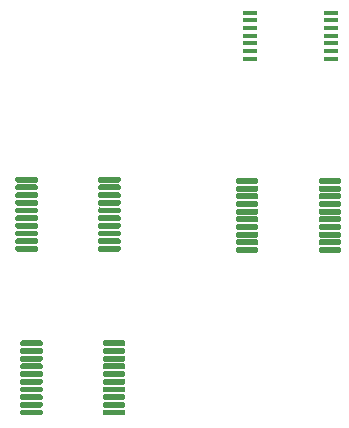
<source format=gbr>
G04 #@! TF.GenerationSoftware,KiCad,Pcbnew,(5.1.8)-1*
G04 #@! TF.CreationDate,2021-03-17T09:54:22-07:00*
G04 #@! TF.ProjectId,MCL64,4d434c36-342e-46b6-9963-61645f706362,rev?*
G04 #@! TF.SameCoordinates,Original*
G04 #@! TF.FileFunction,Paste,Top*
G04 #@! TF.FilePolarity,Positive*
%FSLAX46Y46*%
G04 Gerber Fmt 4.6, Leading zero omitted, Abs format (unit mm)*
G04 Created by KiCad (PCBNEW (5.1.8)-1) date 2021-03-17 09:54:22*
%MOMM*%
%LPD*%
G01*
G04 APERTURE LIST*
%ADD10R,1.200000X0.400000*%
G04 APERTURE END LIST*
G36*
G01*
X118561960Y-104306720D02*
X118561960Y-104056720D01*
G75*
G02*
X118686960Y-103931720I125000J0D01*
G01*
X120336960Y-103931720D01*
G75*
G02*
X120461960Y-104056720I0J-125000D01*
G01*
X120461960Y-104306720D01*
G75*
G02*
X120336960Y-104431720I-125000J0D01*
G01*
X118686960Y-104431720D01*
G75*
G02*
X118561960Y-104306720I0J125000D01*
G01*
G37*
G36*
G01*
X118561960Y-104956720D02*
X118561960Y-104706720D01*
G75*
G02*
X118686960Y-104581720I125000J0D01*
G01*
X120336960Y-104581720D01*
G75*
G02*
X120461960Y-104706720I0J-125000D01*
G01*
X120461960Y-104956720D01*
G75*
G02*
X120336960Y-105081720I-125000J0D01*
G01*
X118686960Y-105081720D01*
G75*
G02*
X118561960Y-104956720I0J125000D01*
G01*
G37*
G36*
G01*
X118561960Y-105606720D02*
X118561960Y-105356720D01*
G75*
G02*
X118686960Y-105231720I125000J0D01*
G01*
X120336960Y-105231720D01*
G75*
G02*
X120461960Y-105356720I0J-125000D01*
G01*
X120461960Y-105606720D01*
G75*
G02*
X120336960Y-105731720I-125000J0D01*
G01*
X118686960Y-105731720D01*
G75*
G02*
X118561960Y-105606720I0J125000D01*
G01*
G37*
G36*
G01*
X118561960Y-106256720D02*
X118561960Y-106006720D01*
G75*
G02*
X118686960Y-105881720I125000J0D01*
G01*
X120336960Y-105881720D01*
G75*
G02*
X120461960Y-106006720I0J-125000D01*
G01*
X120461960Y-106256720D01*
G75*
G02*
X120336960Y-106381720I-125000J0D01*
G01*
X118686960Y-106381720D01*
G75*
G02*
X118561960Y-106256720I0J125000D01*
G01*
G37*
G36*
G01*
X118561960Y-106906720D02*
X118561960Y-106656720D01*
G75*
G02*
X118686960Y-106531720I125000J0D01*
G01*
X120336960Y-106531720D01*
G75*
G02*
X120461960Y-106656720I0J-125000D01*
G01*
X120461960Y-106906720D01*
G75*
G02*
X120336960Y-107031720I-125000J0D01*
G01*
X118686960Y-107031720D01*
G75*
G02*
X118561960Y-106906720I0J125000D01*
G01*
G37*
G36*
G01*
X118561960Y-107556720D02*
X118561960Y-107306720D01*
G75*
G02*
X118686960Y-107181720I125000J0D01*
G01*
X120336960Y-107181720D01*
G75*
G02*
X120461960Y-107306720I0J-125000D01*
G01*
X120461960Y-107556720D01*
G75*
G02*
X120336960Y-107681720I-125000J0D01*
G01*
X118686960Y-107681720D01*
G75*
G02*
X118561960Y-107556720I0J125000D01*
G01*
G37*
G36*
G01*
X118561960Y-108206720D02*
X118561960Y-107956720D01*
G75*
G02*
X118686960Y-107831720I125000J0D01*
G01*
X120336960Y-107831720D01*
G75*
G02*
X120461960Y-107956720I0J-125000D01*
G01*
X120461960Y-108206720D01*
G75*
G02*
X120336960Y-108331720I-125000J0D01*
G01*
X118686960Y-108331720D01*
G75*
G02*
X118561960Y-108206720I0J125000D01*
G01*
G37*
G36*
G01*
X118561960Y-108856720D02*
X118561960Y-108606720D01*
G75*
G02*
X118686960Y-108481720I125000J0D01*
G01*
X120336960Y-108481720D01*
G75*
G02*
X120461960Y-108606720I0J-125000D01*
G01*
X120461960Y-108856720D01*
G75*
G02*
X120336960Y-108981720I-125000J0D01*
G01*
X118686960Y-108981720D01*
G75*
G02*
X118561960Y-108856720I0J125000D01*
G01*
G37*
G36*
G01*
X118561960Y-109506720D02*
X118561960Y-109256720D01*
G75*
G02*
X118686960Y-109131720I125000J0D01*
G01*
X120336960Y-109131720D01*
G75*
G02*
X120461960Y-109256720I0J-125000D01*
G01*
X120461960Y-109506720D01*
G75*
G02*
X120336960Y-109631720I-125000J0D01*
G01*
X118686960Y-109631720D01*
G75*
G02*
X118561960Y-109506720I0J125000D01*
G01*
G37*
G36*
G01*
X118561960Y-110156720D02*
X118561960Y-109906720D01*
G75*
G02*
X118686960Y-109781720I125000J0D01*
G01*
X120336960Y-109781720D01*
G75*
G02*
X120461960Y-109906720I0J-125000D01*
G01*
X120461960Y-110156720D01*
G75*
G02*
X120336960Y-110281720I-125000J0D01*
G01*
X118686960Y-110281720D01*
G75*
G02*
X118561960Y-110156720I0J125000D01*
G01*
G37*
G36*
G01*
X111561960Y-110156720D02*
X111561960Y-109906720D01*
G75*
G02*
X111686960Y-109781720I125000J0D01*
G01*
X113336960Y-109781720D01*
G75*
G02*
X113461960Y-109906720I0J-125000D01*
G01*
X113461960Y-110156720D01*
G75*
G02*
X113336960Y-110281720I-125000J0D01*
G01*
X111686960Y-110281720D01*
G75*
G02*
X111561960Y-110156720I0J125000D01*
G01*
G37*
G36*
G01*
X111561960Y-109506720D02*
X111561960Y-109256720D01*
G75*
G02*
X111686960Y-109131720I125000J0D01*
G01*
X113336960Y-109131720D01*
G75*
G02*
X113461960Y-109256720I0J-125000D01*
G01*
X113461960Y-109506720D01*
G75*
G02*
X113336960Y-109631720I-125000J0D01*
G01*
X111686960Y-109631720D01*
G75*
G02*
X111561960Y-109506720I0J125000D01*
G01*
G37*
G36*
G01*
X111561960Y-108856720D02*
X111561960Y-108606720D01*
G75*
G02*
X111686960Y-108481720I125000J0D01*
G01*
X113336960Y-108481720D01*
G75*
G02*
X113461960Y-108606720I0J-125000D01*
G01*
X113461960Y-108856720D01*
G75*
G02*
X113336960Y-108981720I-125000J0D01*
G01*
X111686960Y-108981720D01*
G75*
G02*
X111561960Y-108856720I0J125000D01*
G01*
G37*
G36*
G01*
X111561960Y-108206720D02*
X111561960Y-107956720D01*
G75*
G02*
X111686960Y-107831720I125000J0D01*
G01*
X113336960Y-107831720D01*
G75*
G02*
X113461960Y-107956720I0J-125000D01*
G01*
X113461960Y-108206720D01*
G75*
G02*
X113336960Y-108331720I-125000J0D01*
G01*
X111686960Y-108331720D01*
G75*
G02*
X111561960Y-108206720I0J125000D01*
G01*
G37*
G36*
G01*
X111561960Y-107556720D02*
X111561960Y-107306720D01*
G75*
G02*
X111686960Y-107181720I125000J0D01*
G01*
X113336960Y-107181720D01*
G75*
G02*
X113461960Y-107306720I0J-125000D01*
G01*
X113461960Y-107556720D01*
G75*
G02*
X113336960Y-107681720I-125000J0D01*
G01*
X111686960Y-107681720D01*
G75*
G02*
X111561960Y-107556720I0J125000D01*
G01*
G37*
G36*
G01*
X111561960Y-106906720D02*
X111561960Y-106656720D01*
G75*
G02*
X111686960Y-106531720I125000J0D01*
G01*
X113336960Y-106531720D01*
G75*
G02*
X113461960Y-106656720I0J-125000D01*
G01*
X113461960Y-106906720D01*
G75*
G02*
X113336960Y-107031720I-125000J0D01*
G01*
X111686960Y-107031720D01*
G75*
G02*
X111561960Y-106906720I0J125000D01*
G01*
G37*
G36*
G01*
X111561960Y-106256720D02*
X111561960Y-106006720D01*
G75*
G02*
X111686960Y-105881720I125000J0D01*
G01*
X113336960Y-105881720D01*
G75*
G02*
X113461960Y-106006720I0J-125000D01*
G01*
X113461960Y-106256720D01*
G75*
G02*
X113336960Y-106381720I-125000J0D01*
G01*
X111686960Y-106381720D01*
G75*
G02*
X111561960Y-106256720I0J125000D01*
G01*
G37*
G36*
G01*
X111561960Y-105606720D02*
X111561960Y-105356720D01*
G75*
G02*
X111686960Y-105231720I125000J0D01*
G01*
X113336960Y-105231720D01*
G75*
G02*
X113461960Y-105356720I0J-125000D01*
G01*
X113461960Y-105606720D01*
G75*
G02*
X113336960Y-105731720I-125000J0D01*
G01*
X111686960Y-105731720D01*
G75*
G02*
X111561960Y-105606720I0J125000D01*
G01*
G37*
G36*
G01*
X111561960Y-104956720D02*
X111561960Y-104706720D01*
G75*
G02*
X111686960Y-104581720I125000J0D01*
G01*
X113336960Y-104581720D01*
G75*
G02*
X113461960Y-104706720I0J-125000D01*
G01*
X113461960Y-104956720D01*
G75*
G02*
X113336960Y-105081720I-125000J0D01*
G01*
X111686960Y-105081720D01*
G75*
G02*
X111561960Y-104956720I0J125000D01*
G01*
G37*
G36*
G01*
X111561960Y-104306720D02*
X111561960Y-104056720D01*
G75*
G02*
X111686960Y-103931720I125000J0D01*
G01*
X113336960Y-103931720D01*
G75*
G02*
X113461960Y-104056720I0J-125000D01*
G01*
X113461960Y-104306720D01*
G75*
G02*
X113336960Y-104431720I-125000J0D01*
G01*
X111686960Y-104431720D01*
G75*
G02*
X111561960Y-104306720I0J125000D01*
G01*
G37*
D10*
X119614360Y-89929420D03*
X119614360Y-90579420D03*
X119614360Y-91229420D03*
X119614360Y-91879420D03*
X119614360Y-92529420D03*
X119614360Y-93179420D03*
X119614360Y-93829420D03*
X112714360Y-93829420D03*
X112714360Y-93179420D03*
X112714360Y-92529420D03*
X112714360Y-91879420D03*
X112714360Y-91229420D03*
X112714360Y-90579420D03*
X112714360Y-89929420D03*
G36*
G01*
X100291740Y-118058280D02*
X100291740Y-117808280D01*
G75*
G02*
X100416740Y-117683280I125000J0D01*
G01*
X102066740Y-117683280D01*
G75*
G02*
X102191740Y-117808280I0J-125000D01*
G01*
X102191740Y-118058280D01*
G75*
G02*
X102066740Y-118183280I-125000J0D01*
G01*
X100416740Y-118183280D01*
G75*
G02*
X100291740Y-118058280I0J125000D01*
G01*
G37*
G36*
G01*
X100291740Y-118708280D02*
X100291740Y-118458280D01*
G75*
G02*
X100416740Y-118333280I125000J0D01*
G01*
X102066740Y-118333280D01*
G75*
G02*
X102191740Y-118458280I0J-125000D01*
G01*
X102191740Y-118708280D01*
G75*
G02*
X102066740Y-118833280I-125000J0D01*
G01*
X100416740Y-118833280D01*
G75*
G02*
X100291740Y-118708280I0J125000D01*
G01*
G37*
G36*
G01*
X100291740Y-119358280D02*
X100291740Y-119108280D01*
G75*
G02*
X100416740Y-118983280I125000J0D01*
G01*
X102066740Y-118983280D01*
G75*
G02*
X102191740Y-119108280I0J-125000D01*
G01*
X102191740Y-119358280D01*
G75*
G02*
X102066740Y-119483280I-125000J0D01*
G01*
X100416740Y-119483280D01*
G75*
G02*
X100291740Y-119358280I0J125000D01*
G01*
G37*
G36*
G01*
X100291740Y-120008280D02*
X100291740Y-119758280D01*
G75*
G02*
X100416740Y-119633280I125000J0D01*
G01*
X102066740Y-119633280D01*
G75*
G02*
X102191740Y-119758280I0J-125000D01*
G01*
X102191740Y-120008280D01*
G75*
G02*
X102066740Y-120133280I-125000J0D01*
G01*
X100416740Y-120133280D01*
G75*
G02*
X100291740Y-120008280I0J125000D01*
G01*
G37*
G36*
G01*
X100291740Y-120658280D02*
X100291740Y-120408280D01*
G75*
G02*
X100416740Y-120283280I125000J0D01*
G01*
X102066740Y-120283280D01*
G75*
G02*
X102191740Y-120408280I0J-125000D01*
G01*
X102191740Y-120658280D01*
G75*
G02*
X102066740Y-120783280I-125000J0D01*
G01*
X100416740Y-120783280D01*
G75*
G02*
X100291740Y-120658280I0J125000D01*
G01*
G37*
G36*
G01*
X100291740Y-121308280D02*
X100291740Y-121058280D01*
G75*
G02*
X100416740Y-120933280I125000J0D01*
G01*
X102066740Y-120933280D01*
G75*
G02*
X102191740Y-121058280I0J-125000D01*
G01*
X102191740Y-121308280D01*
G75*
G02*
X102066740Y-121433280I-125000J0D01*
G01*
X100416740Y-121433280D01*
G75*
G02*
X100291740Y-121308280I0J125000D01*
G01*
G37*
G36*
G01*
X100291740Y-121958280D02*
X100291740Y-121708280D01*
G75*
G02*
X100416740Y-121583280I125000J0D01*
G01*
X102066740Y-121583280D01*
G75*
G02*
X102191740Y-121708280I0J-125000D01*
G01*
X102191740Y-121958280D01*
G75*
G02*
X102066740Y-122083280I-125000J0D01*
G01*
X100416740Y-122083280D01*
G75*
G02*
X100291740Y-121958280I0J125000D01*
G01*
G37*
G36*
G01*
X100291740Y-122608280D02*
X100291740Y-122358280D01*
G75*
G02*
X100416740Y-122233280I125000J0D01*
G01*
X102066740Y-122233280D01*
G75*
G02*
X102191740Y-122358280I0J-125000D01*
G01*
X102191740Y-122608280D01*
G75*
G02*
X102066740Y-122733280I-125000J0D01*
G01*
X100416740Y-122733280D01*
G75*
G02*
X100291740Y-122608280I0J125000D01*
G01*
G37*
G36*
G01*
X100291740Y-123258280D02*
X100291740Y-123008280D01*
G75*
G02*
X100416740Y-122883280I125000J0D01*
G01*
X102066740Y-122883280D01*
G75*
G02*
X102191740Y-123008280I0J-125000D01*
G01*
X102191740Y-123258280D01*
G75*
G02*
X102066740Y-123383280I-125000J0D01*
G01*
X100416740Y-123383280D01*
G75*
G02*
X100291740Y-123258280I0J125000D01*
G01*
G37*
G36*
G01*
X100291740Y-123908280D02*
X100291740Y-123658280D01*
G75*
G02*
X100416740Y-123533280I125000J0D01*
G01*
X102066740Y-123533280D01*
G75*
G02*
X102191740Y-123658280I0J-125000D01*
G01*
X102191740Y-123908280D01*
G75*
G02*
X102066740Y-124033280I-125000J0D01*
G01*
X100416740Y-124033280D01*
G75*
G02*
X100291740Y-123908280I0J125000D01*
G01*
G37*
G36*
G01*
X93291740Y-123908280D02*
X93291740Y-123658280D01*
G75*
G02*
X93416740Y-123533280I125000J0D01*
G01*
X95066740Y-123533280D01*
G75*
G02*
X95191740Y-123658280I0J-125000D01*
G01*
X95191740Y-123908280D01*
G75*
G02*
X95066740Y-124033280I-125000J0D01*
G01*
X93416740Y-124033280D01*
G75*
G02*
X93291740Y-123908280I0J125000D01*
G01*
G37*
G36*
G01*
X93291740Y-123258280D02*
X93291740Y-123008280D01*
G75*
G02*
X93416740Y-122883280I125000J0D01*
G01*
X95066740Y-122883280D01*
G75*
G02*
X95191740Y-123008280I0J-125000D01*
G01*
X95191740Y-123258280D01*
G75*
G02*
X95066740Y-123383280I-125000J0D01*
G01*
X93416740Y-123383280D01*
G75*
G02*
X93291740Y-123258280I0J125000D01*
G01*
G37*
G36*
G01*
X93291740Y-122608280D02*
X93291740Y-122358280D01*
G75*
G02*
X93416740Y-122233280I125000J0D01*
G01*
X95066740Y-122233280D01*
G75*
G02*
X95191740Y-122358280I0J-125000D01*
G01*
X95191740Y-122608280D01*
G75*
G02*
X95066740Y-122733280I-125000J0D01*
G01*
X93416740Y-122733280D01*
G75*
G02*
X93291740Y-122608280I0J125000D01*
G01*
G37*
G36*
G01*
X93291740Y-121958280D02*
X93291740Y-121708280D01*
G75*
G02*
X93416740Y-121583280I125000J0D01*
G01*
X95066740Y-121583280D01*
G75*
G02*
X95191740Y-121708280I0J-125000D01*
G01*
X95191740Y-121958280D01*
G75*
G02*
X95066740Y-122083280I-125000J0D01*
G01*
X93416740Y-122083280D01*
G75*
G02*
X93291740Y-121958280I0J125000D01*
G01*
G37*
G36*
G01*
X93291740Y-121308280D02*
X93291740Y-121058280D01*
G75*
G02*
X93416740Y-120933280I125000J0D01*
G01*
X95066740Y-120933280D01*
G75*
G02*
X95191740Y-121058280I0J-125000D01*
G01*
X95191740Y-121308280D01*
G75*
G02*
X95066740Y-121433280I-125000J0D01*
G01*
X93416740Y-121433280D01*
G75*
G02*
X93291740Y-121308280I0J125000D01*
G01*
G37*
G36*
G01*
X93291740Y-120658280D02*
X93291740Y-120408280D01*
G75*
G02*
X93416740Y-120283280I125000J0D01*
G01*
X95066740Y-120283280D01*
G75*
G02*
X95191740Y-120408280I0J-125000D01*
G01*
X95191740Y-120658280D01*
G75*
G02*
X95066740Y-120783280I-125000J0D01*
G01*
X93416740Y-120783280D01*
G75*
G02*
X93291740Y-120658280I0J125000D01*
G01*
G37*
G36*
G01*
X93291740Y-120008280D02*
X93291740Y-119758280D01*
G75*
G02*
X93416740Y-119633280I125000J0D01*
G01*
X95066740Y-119633280D01*
G75*
G02*
X95191740Y-119758280I0J-125000D01*
G01*
X95191740Y-120008280D01*
G75*
G02*
X95066740Y-120133280I-125000J0D01*
G01*
X93416740Y-120133280D01*
G75*
G02*
X93291740Y-120008280I0J125000D01*
G01*
G37*
G36*
G01*
X93291740Y-119358280D02*
X93291740Y-119108280D01*
G75*
G02*
X93416740Y-118983280I125000J0D01*
G01*
X95066740Y-118983280D01*
G75*
G02*
X95191740Y-119108280I0J-125000D01*
G01*
X95191740Y-119358280D01*
G75*
G02*
X95066740Y-119483280I-125000J0D01*
G01*
X93416740Y-119483280D01*
G75*
G02*
X93291740Y-119358280I0J125000D01*
G01*
G37*
G36*
G01*
X93291740Y-118708280D02*
X93291740Y-118458280D01*
G75*
G02*
X93416740Y-118333280I125000J0D01*
G01*
X95066740Y-118333280D01*
G75*
G02*
X95191740Y-118458280I0J-125000D01*
G01*
X95191740Y-118708280D01*
G75*
G02*
X95066740Y-118833280I-125000J0D01*
G01*
X93416740Y-118833280D01*
G75*
G02*
X93291740Y-118708280I0J125000D01*
G01*
G37*
G36*
G01*
X93291740Y-118058280D02*
X93291740Y-117808280D01*
G75*
G02*
X93416740Y-117683280I125000J0D01*
G01*
X95066740Y-117683280D01*
G75*
G02*
X95191740Y-117808280I0J-125000D01*
G01*
X95191740Y-118058280D01*
G75*
G02*
X95066740Y-118183280I-125000J0D01*
G01*
X93416740Y-118183280D01*
G75*
G02*
X93291740Y-118058280I0J125000D01*
G01*
G37*
G36*
G01*
X99885340Y-104202580D02*
X99885340Y-103952580D01*
G75*
G02*
X100010340Y-103827580I125000J0D01*
G01*
X101660340Y-103827580D01*
G75*
G02*
X101785340Y-103952580I0J-125000D01*
G01*
X101785340Y-104202580D01*
G75*
G02*
X101660340Y-104327580I-125000J0D01*
G01*
X100010340Y-104327580D01*
G75*
G02*
X99885340Y-104202580I0J125000D01*
G01*
G37*
G36*
G01*
X99885340Y-104852580D02*
X99885340Y-104602580D01*
G75*
G02*
X100010340Y-104477580I125000J0D01*
G01*
X101660340Y-104477580D01*
G75*
G02*
X101785340Y-104602580I0J-125000D01*
G01*
X101785340Y-104852580D01*
G75*
G02*
X101660340Y-104977580I-125000J0D01*
G01*
X100010340Y-104977580D01*
G75*
G02*
X99885340Y-104852580I0J125000D01*
G01*
G37*
G36*
G01*
X99885340Y-105502580D02*
X99885340Y-105252580D01*
G75*
G02*
X100010340Y-105127580I125000J0D01*
G01*
X101660340Y-105127580D01*
G75*
G02*
X101785340Y-105252580I0J-125000D01*
G01*
X101785340Y-105502580D01*
G75*
G02*
X101660340Y-105627580I-125000J0D01*
G01*
X100010340Y-105627580D01*
G75*
G02*
X99885340Y-105502580I0J125000D01*
G01*
G37*
G36*
G01*
X99885340Y-106152580D02*
X99885340Y-105902580D01*
G75*
G02*
X100010340Y-105777580I125000J0D01*
G01*
X101660340Y-105777580D01*
G75*
G02*
X101785340Y-105902580I0J-125000D01*
G01*
X101785340Y-106152580D01*
G75*
G02*
X101660340Y-106277580I-125000J0D01*
G01*
X100010340Y-106277580D01*
G75*
G02*
X99885340Y-106152580I0J125000D01*
G01*
G37*
G36*
G01*
X99885340Y-106802580D02*
X99885340Y-106552580D01*
G75*
G02*
X100010340Y-106427580I125000J0D01*
G01*
X101660340Y-106427580D01*
G75*
G02*
X101785340Y-106552580I0J-125000D01*
G01*
X101785340Y-106802580D01*
G75*
G02*
X101660340Y-106927580I-125000J0D01*
G01*
X100010340Y-106927580D01*
G75*
G02*
X99885340Y-106802580I0J125000D01*
G01*
G37*
G36*
G01*
X99885340Y-107452580D02*
X99885340Y-107202580D01*
G75*
G02*
X100010340Y-107077580I125000J0D01*
G01*
X101660340Y-107077580D01*
G75*
G02*
X101785340Y-107202580I0J-125000D01*
G01*
X101785340Y-107452580D01*
G75*
G02*
X101660340Y-107577580I-125000J0D01*
G01*
X100010340Y-107577580D01*
G75*
G02*
X99885340Y-107452580I0J125000D01*
G01*
G37*
G36*
G01*
X99885340Y-108102580D02*
X99885340Y-107852580D01*
G75*
G02*
X100010340Y-107727580I125000J0D01*
G01*
X101660340Y-107727580D01*
G75*
G02*
X101785340Y-107852580I0J-125000D01*
G01*
X101785340Y-108102580D01*
G75*
G02*
X101660340Y-108227580I-125000J0D01*
G01*
X100010340Y-108227580D01*
G75*
G02*
X99885340Y-108102580I0J125000D01*
G01*
G37*
G36*
G01*
X99885340Y-108752580D02*
X99885340Y-108502580D01*
G75*
G02*
X100010340Y-108377580I125000J0D01*
G01*
X101660340Y-108377580D01*
G75*
G02*
X101785340Y-108502580I0J-125000D01*
G01*
X101785340Y-108752580D01*
G75*
G02*
X101660340Y-108877580I-125000J0D01*
G01*
X100010340Y-108877580D01*
G75*
G02*
X99885340Y-108752580I0J125000D01*
G01*
G37*
G36*
G01*
X99885340Y-109402580D02*
X99885340Y-109152580D01*
G75*
G02*
X100010340Y-109027580I125000J0D01*
G01*
X101660340Y-109027580D01*
G75*
G02*
X101785340Y-109152580I0J-125000D01*
G01*
X101785340Y-109402580D01*
G75*
G02*
X101660340Y-109527580I-125000J0D01*
G01*
X100010340Y-109527580D01*
G75*
G02*
X99885340Y-109402580I0J125000D01*
G01*
G37*
G36*
G01*
X99885340Y-110052580D02*
X99885340Y-109802580D01*
G75*
G02*
X100010340Y-109677580I125000J0D01*
G01*
X101660340Y-109677580D01*
G75*
G02*
X101785340Y-109802580I0J-125000D01*
G01*
X101785340Y-110052580D01*
G75*
G02*
X101660340Y-110177580I-125000J0D01*
G01*
X100010340Y-110177580D01*
G75*
G02*
X99885340Y-110052580I0J125000D01*
G01*
G37*
G36*
G01*
X92885340Y-110052580D02*
X92885340Y-109802580D01*
G75*
G02*
X93010340Y-109677580I125000J0D01*
G01*
X94660340Y-109677580D01*
G75*
G02*
X94785340Y-109802580I0J-125000D01*
G01*
X94785340Y-110052580D01*
G75*
G02*
X94660340Y-110177580I-125000J0D01*
G01*
X93010340Y-110177580D01*
G75*
G02*
X92885340Y-110052580I0J125000D01*
G01*
G37*
G36*
G01*
X92885340Y-109402580D02*
X92885340Y-109152580D01*
G75*
G02*
X93010340Y-109027580I125000J0D01*
G01*
X94660340Y-109027580D01*
G75*
G02*
X94785340Y-109152580I0J-125000D01*
G01*
X94785340Y-109402580D01*
G75*
G02*
X94660340Y-109527580I-125000J0D01*
G01*
X93010340Y-109527580D01*
G75*
G02*
X92885340Y-109402580I0J125000D01*
G01*
G37*
G36*
G01*
X92885340Y-108752580D02*
X92885340Y-108502580D01*
G75*
G02*
X93010340Y-108377580I125000J0D01*
G01*
X94660340Y-108377580D01*
G75*
G02*
X94785340Y-108502580I0J-125000D01*
G01*
X94785340Y-108752580D01*
G75*
G02*
X94660340Y-108877580I-125000J0D01*
G01*
X93010340Y-108877580D01*
G75*
G02*
X92885340Y-108752580I0J125000D01*
G01*
G37*
G36*
G01*
X92885340Y-108102580D02*
X92885340Y-107852580D01*
G75*
G02*
X93010340Y-107727580I125000J0D01*
G01*
X94660340Y-107727580D01*
G75*
G02*
X94785340Y-107852580I0J-125000D01*
G01*
X94785340Y-108102580D01*
G75*
G02*
X94660340Y-108227580I-125000J0D01*
G01*
X93010340Y-108227580D01*
G75*
G02*
X92885340Y-108102580I0J125000D01*
G01*
G37*
G36*
G01*
X92885340Y-107452580D02*
X92885340Y-107202580D01*
G75*
G02*
X93010340Y-107077580I125000J0D01*
G01*
X94660340Y-107077580D01*
G75*
G02*
X94785340Y-107202580I0J-125000D01*
G01*
X94785340Y-107452580D01*
G75*
G02*
X94660340Y-107577580I-125000J0D01*
G01*
X93010340Y-107577580D01*
G75*
G02*
X92885340Y-107452580I0J125000D01*
G01*
G37*
G36*
G01*
X92885340Y-106802580D02*
X92885340Y-106552580D01*
G75*
G02*
X93010340Y-106427580I125000J0D01*
G01*
X94660340Y-106427580D01*
G75*
G02*
X94785340Y-106552580I0J-125000D01*
G01*
X94785340Y-106802580D01*
G75*
G02*
X94660340Y-106927580I-125000J0D01*
G01*
X93010340Y-106927580D01*
G75*
G02*
X92885340Y-106802580I0J125000D01*
G01*
G37*
G36*
G01*
X92885340Y-106152580D02*
X92885340Y-105902580D01*
G75*
G02*
X93010340Y-105777580I125000J0D01*
G01*
X94660340Y-105777580D01*
G75*
G02*
X94785340Y-105902580I0J-125000D01*
G01*
X94785340Y-106152580D01*
G75*
G02*
X94660340Y-106277580I-125000J0D01*
G01*
X93010340Y-106277580D01*
G75*
G02*
X92885340Y-106152580I0J125000D01*
G01*
G37*
G36*
G01*
X92885340Y-105502580D02*
X92885340Y-105252580D01*
G75*
G02*
X93010340Y-105127580I125000J0D01*
G01*
X94660340Y-105127580D01*
G75*
G02*
X94785340Y-105252580I0J-125000D01*
G01*
X94785340Y-105502580D01*
G75*
G02*
X94660340Y-105627580I-125000J0D01*
G01*
X93010340Y-105627580D01*
G75*
G02*
X92885340Y-105502580I0J125000D01*
G01*
G37*
G36*
G01*
X92885340Y-104852580D02*
X92885340Y-104602580D01*
G75*
G02*
X93010340Y-104477580I125000J0D01*
G01*
X94660340Y-104477580D01*
G75*
G02*
X94785340Y-104602580I0J-125000D01*
G01*
X94785340Y-104852580D01*
G75*
G02*
X94660340Y-104977580I-125000J0D01*
G01*
X93010340Y-104977580D01*
G75*
G02*
X92885340Y-104852580I0J125000D01*
G01*
G37*
G36*
G01*
X92885340Y-104202580D02*
X92885340Y-103952580D01*
G75*
G02*
X93010340Y-103827580I125000J0D01*
G01*
X94660340Y-103827580D01*
G75*
G02*
X94785340Y-103952580I0J-125000D01*
G01*
X94785340Y-104202580D01*
G75*
G02*
X94660340Y-104327580I-125000J0D01*
G01*
X93010340Y-104327580D01*
G75*
G02*
X92885340Y-104202580I0J125000D01*
G01*
G37*
M02*

</source>
